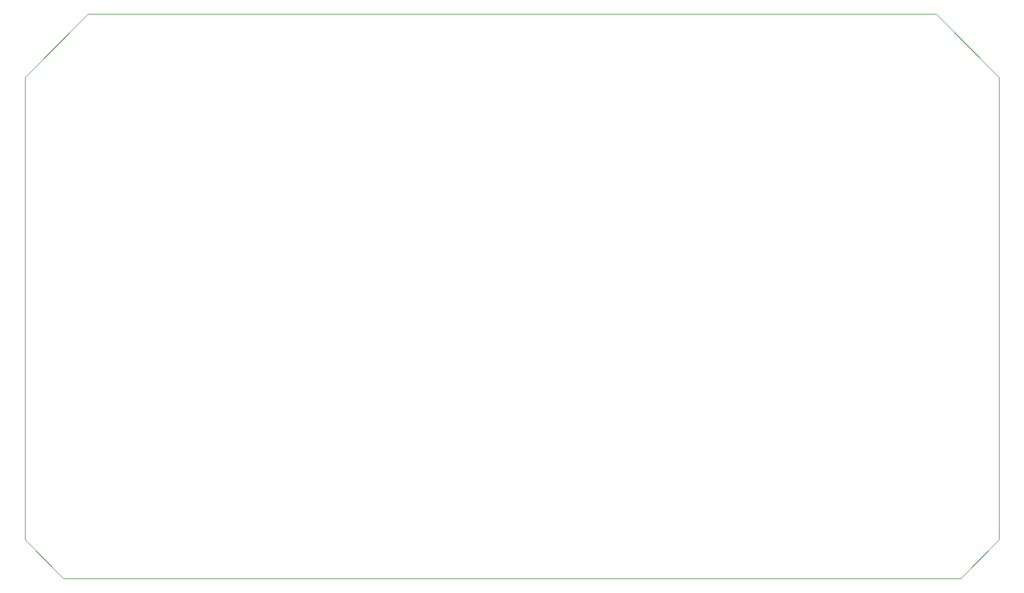
<source format=gbr>
%TF.GenerationSoftware,KiCad,Pcbnew,8.0.2*%
%TF.CreationDate,2024-05-17T15:28:23-04:00*%
%TF.ProjectId,QATCH_MUX_PCB_v1,51415443-485f-44d5-9558-5f5043425f76,rev?*%
%TF.SameCoordinates,Original*%
%TF.FileFunction,Profile,NP*%
%FSLAX46Y46*%
G04 Gerber Fmt 4.6, Leading zero omitted, Abs format (unit mm)*
G04 Created by KiCad (PCBNEW 8.0.2) date 2024-05-17 15:28:23*
%MOMM*%
%LPD*%
G01*
G04 APERTURE LIST*
%TA.AperFunction,Profile*%
%ADD10C,0.100000*%
%TD*%
G04 APERTURE END LIST*
D10*
X135650754Y-145700002D02*
X168849246Y-145700002D01*
X86964466Y-145700002D02*
X135650766Y-145700002D01*
X81307612Y-140043148D02*
X86964466Y-145700002D01*
X217535534Y-145700002D02*
X168849246Y-145700002D01*
X81307612Y-72692388D02*
X90500000Y-63500000D01*
X90500000Y-63500000D02*
X132115220Y-63500000D01*
X172384780Y-63500000D02*
X132115220Y-63500000D01*
X223192388Y-72692388D02*
X214000000Y-63500000D01*
X81307612Y-72692388D02*
X81307612Y-140043148D01*
X172384780Y-63500000D02*
X214000000Y-63500000D01*
X223192388Y-72692388D02*
X223192388Y-140043148D01*
X223192388Y-140043148D02*
X217535534Y-145700002D01*
M02*

</source>
